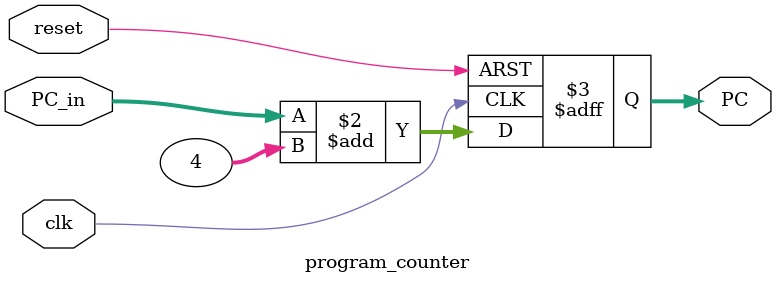
<source format=sv>
module program_counter(
	input clk,
	input reset,
	input [31:0] PC_in,
	output reg [31:0] PC
);

	
	always @(posedge clk or posedge reset) begin
		if (reset) begin
            PC <= 32'h00000000;
      end
		else begin
				PC = PC_in + 32'h00000004;
		end
   end

endmodule





//module program_counter(
//    input clk,
//    input reset,
//    input [31:0] PC_in,
//    input wire branch,
//    input wire jump,
//    input wire [31:0] branch_target,
//    input wire [31:0] jump_target,
//    output reg [31:0] PC
//);
//
//    reg [31:0] PC_adder;
//    reg [31:0] PC_mux1;
//
//    always @(posedge clk or posedge reset) begin
//        if (reset) begin
//            PC <= 32'h00000000;
//            PC_adder <= 32'h00000000;
//            PC_mux1 <= 32'h00000000;
//        end
//        else begin
//            PC_adder = PC_in + 32'h00000004;
//            PC_mux1 = (branch) ? (branch_target + PC_adder) : PC_adder;
//            PC = (jump) ? jump_target : PC_mux1;
//        end
//    end
//endmodule

</source>
